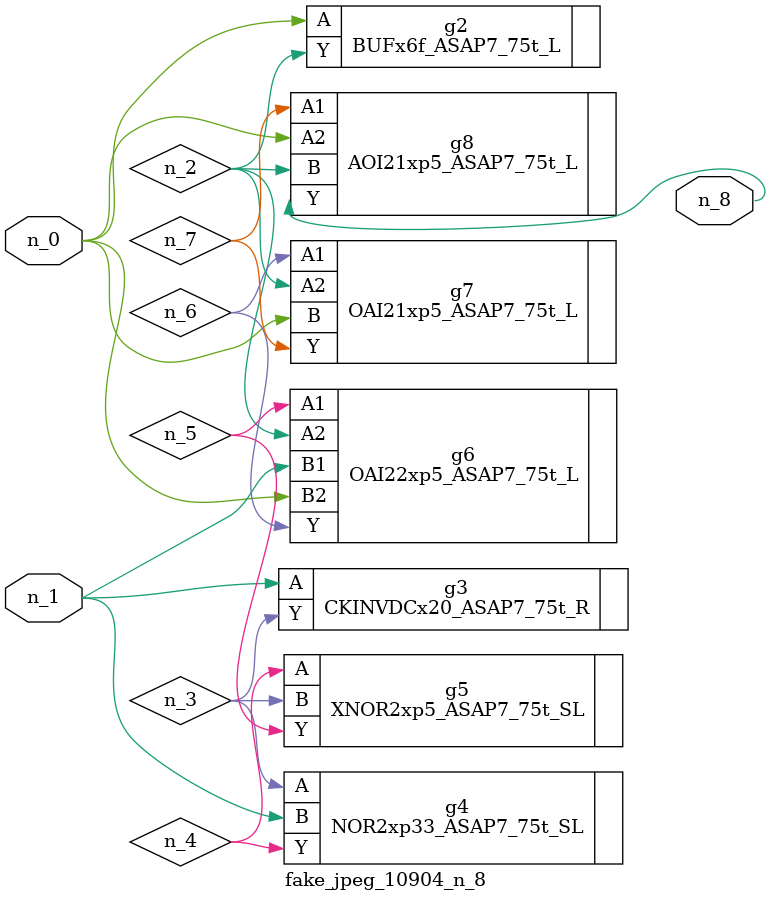
<source format=v>
module fake_jpeg_10904_n_8 (n_0, n_1, n_8);

input n_0;
input n_1;

output n_8;

wire n_3;
wire n_2;
wire n_4;
wire n_6;
wire n_5;
wire n_7;

BUFx6f_ASAP7_75t_L g2 ( 
.A(n_0),
.Y(n_2)
);

CKINVDCx20_ASAP7_75t_R g3 ( 
.A(n_1),
.Y(n_3)
);

NOR2xp33_ASAP7_75t_SL g4 ( 
.A(n_3),
.B(n_1),
.Y(n_4)
);

XNOR2xp5_ASAP7_75t_SL g5 ( 
.A(n_4),
.B(n_3),
.Y(n_5)
);

OAI22xp5_ASAP7_75t_L g6 ( 
.A1(n_5),
.A2(n_2),
.B1(n_1),
.B2(n_0),
.Y(n_6)
);

OAI21xp5_ASAP7_75t_L g7 ( 
.A1(n_6),
.A2(n_2),
.B(n_0),
.Y(n_7)
);

AOI21xp5_ASAP7_75t_L g8 ( 
.A1(n_7),
.A2(n_0),
.B(n_2),
.Y(n_8)
);


endmodule
</source>
